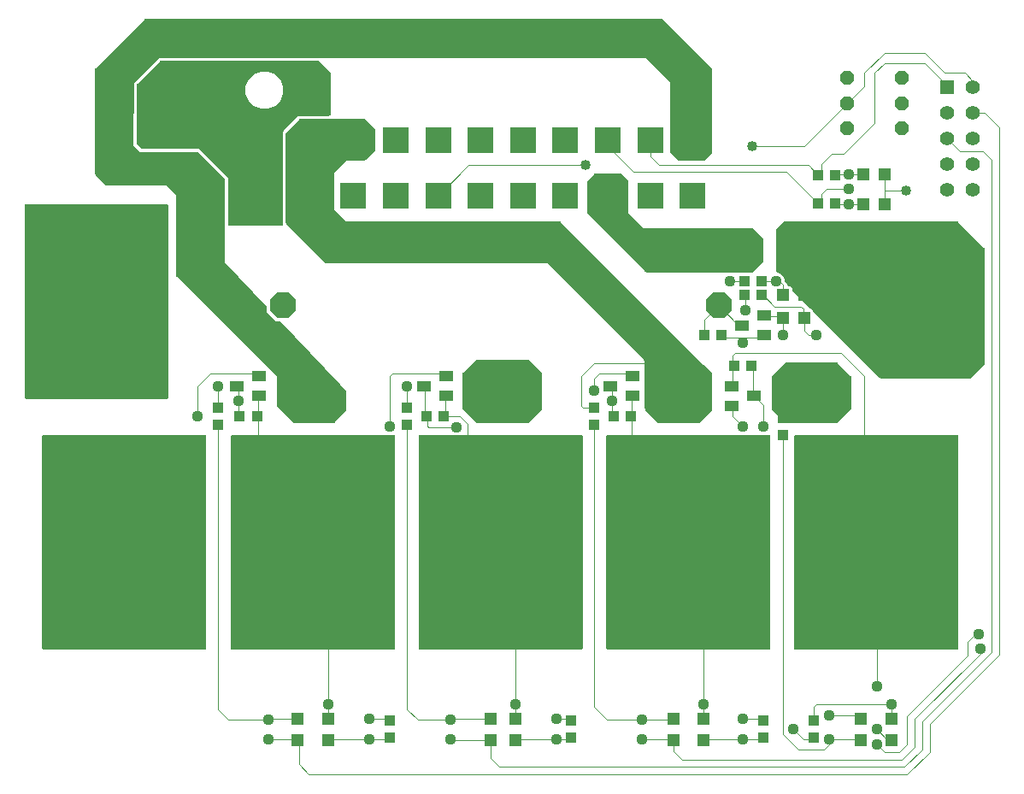
<source format=gbr>
G04 EAGLE Gerber RS-274X export*
G75*
%MOMM*%
%FSLAX34Y34*%
%LPD*%
%INTop Copper*%
%IPPOS*%
%AMOC8*
5,1,8,0,0,1.08239X$1,22.5*%
G01*
%ADD10P,2.749271X8X202.500000*%
%ADD11R,1.200000X1.200000*%
%ADD12R,1.100000X1.000000*%
%ADD13R,1.000000X1.100000*%
%ADD14R,3.150000X1.700000*%
%ADD15R,1.700000X3.150000*%
%ADD16C,8.000000*%
%ADD17R,2.550000X2.550000*%
%ADD18P,1.525737X8X112.500000*%
%ADD19R,1.400000X1.000000*%
%ADD20R,1.409600X1.409600*%
%ADD21C,1.409600*%
%ADD22C,0.101600*%
%ADD23C,1.117600*%
%ADD24C,1.108000*%
%ADD25C,1.016000*%
%ADD26C,1.422400*%
%ADD27C,1.114800*%

G36*
X335155Y373495D02*
X335155Y373495D01*
X335346Y373516D01*
X335346Y373517D01*
X335505Y373573D01*
X335674Y373634D01*
X335812Y373723D01*
X335967Y373823D01*
X335968Y373824D01*
X336143Y373993D01*
X346943Y386243D01*
X346988Y386307D01*
X347040Y386366D01*
X347087Y386450D01*
X347142Y386529D01*
X347171Y386602D01*
X347209Y386671D01*
X347235Y386763D01*
X347270Y386853D01*
X347282Y386930D01*
X347304Y387006D01*
X347315Y387149D01*
X347322Y387197D01*
X347321Y387218D01*
X347323Y387250D01*
X347323Y403800D01*
X347316Y403860D01*
X347318Y403921D01*
X347296Y404033D01*
X347283Y404146D01*
X347263Y404203D01*
X347251Y404263D01*
X347204Y404367D01*
X347166Y404474D01*
X347133Y404525D01*
X347108Y404580D01*
X346992Y404744D01*
X346977Y404767D01*
X346972Y404772D01*
X346966Y404780D01*
X344866Y407280D01*
X344833Y407311D01*
X344777Y407377D01*
X341093Y411061D01*
X281988Y473773D01*
X281875Y473869D01*
X281764Y473968D01*
X281742Y473981D01*
X281722Y473997D01*
X281589Y474065D01*
X281459Y474137D01*
X281434Y474144D01*
X281411Y474156D01*
X281267Y474191D01*
X281124Y474232D01*
X281093Y474234D01*
X281073Y474239D01*
X281025Y474240D01*
X280880Y474251D01*
X277577Y474251D01*
X268351Y483477D01*
X268351Y487638D01*
X268339Y487741D01*
X268337Y487845D01*
X268319Y487913D01*
X268311Y487984D01*
X268276Y488082D01*
X268251Y488182D01*
X268218Y488245D01*
X268194Y488312D01*
X268138Y488399D01*
X268089Y488491D01*
X268030Y488565D01*
X268005Y488605D01*
X267978Y488631D01*
X267937Y488682D01*
X226823Y532305D01*
X226823Y614700D01*
X226809Y614826D01*
X226802Y614952D01*
X226789Y614998D01*
X226783Y615046D01*
X226741Y615165D01*
X226706Y615287D01*
X226682Y615329D01*
X226666Y615374D01*
X226597Y615481D01*
X226536Y615591D01*
X226496Y615637D01*
X226477Y615667D01*
X226442Y615701D01*
X226377Y615777D01*
X201077Y641077D01*
X200978Y641156D01*
X200884Y641240D01*
X200842Y641264D01*
X200804Y641294D01*
X200690Y641348D01*
X200579Y641409D01*
X200533Y641422D01*
X200489Y641443D01*
X200366Y641469D01*
X200244Y641504D01*
X200183Y641509D01*
X200148Y641516D01*
X200100Y641515D01*
X200000Y641523D01*
X143131Y641523D01*
X136526Y648128D01*
X136820Y710466D01*
X161331Y734977D01*
X643769Y734977D01*
X668277Y710469D01*
X668277Y641250D01*
X668291Y641124D01*
X668298Y640998D01*
X668311Y640952D01*
X668317Y640904D01*
X668359Y640785D01*
X668394Y640663D01*
X668418Y640621D01*
X668434Y640576D01*
X668503Y640469D01*
X668564Y640359D01*
X668604Y640313D01*
X668623Y640283D01*
X668658Y640249D01*
X668723Y640173D01*
X675073Y633823D01*
X675172Y633744D01*
X675266Y633660D01*
X675308Y633636D01*
X675346Y633606D01*
X675460Y633552D01*
X675571Y633491D01*
X675617Y633478D01*
X675661Y633457D01*
X675784Y633431D01*
X675906Y633396D01*
X675967Y633392D01*
X676002Y633384D01*
X676050Y633385D01*
X676150Y633377D01*
X701550Y633377D01*
X701676Y633391D01*
X701802Y633398D01*
X701848Y633411D01*
X701896Y633417D01*
X702015Y633459D01*
X702137Y633494D01*
X702179Y633518D01*
X702224Y633534D01*
X702331Y633603D01*
X702441Y633664D01*
X702487Y633704D01*
X702517Y633723D01*
X702551Y633758D01*
X702627Y633823D01*
X708977Y640173D01*
X709056Y640272D01*
X709140Y640366D01*
X709164Y640408D01*
X709194Y640446D01*
X709248Y640560D01*
X709309Y640671D01*
X709322Y640717D01*
X709343Y640761D01*
X709369Y640884D01*
X709404Y641006D01*
X709409Y641067D01*
X709416Y641102D01*
X709415Y641150D01*
X709423Y641250D01*
X709423Y723800D01*
X709409Y723926D01*
X709402Y724052D01*
X709389Y724098D01*
X709383Y724146D01*
X709341Y724265D01*
X709306Y724387D01*
X709282Y724429D01*
X709266Y724474D01*
X709197Y724581D01*
X709136Y724691D01*
X709096Y724737D01*
X709077Y724767D01*
X709042Y724801D01*
X709030Y724815D01*
X709019Y724831D01*
X709008Y724841D01*
X708977Y724877D01*
X660877Y772977D01*
X660778Y773056D01*
X660684Y773140D01*
X660642Y773164D01*
X660604Y773194D01*
X660490Y773248D01*
X660379Y773309D01*
X660333Y773322D01*
X660289Y773343D01*
X660166Y773369D01*
X660044Y773404D01*
X659983Y773409D01*
X659948Y773416D01*
X659900Y773415D01*
X659800Y773423D01*
X148000Y773423D01*
X147874Y773409D01*
X147748Y773402D01*
X147702Y773389D01*
X147654Y773383D01*
X147535Y773341D01*
X147413Y773306D01*
X147371Y773282D01*
X147326Y773266D01*
X147219Y773197D01*
X147109Y773136D01*
X147063Y773096D01*
X147033Y773077D01*
X146999Y773042D01*
X146923Y772977D01*
X98823Y724877D01*
X98757Y724794D01*
X98715Y724750D01*
X98706Y724735D01*
X98659Y724683D01*
X98636Y724641D01*
X98606Y724604D01*
X98552Y724489D01*
X98491Y724378D01*
X98478Y724332D01*
X98457Y724289D01*
X98431Y724165D01*
X98396Y724042D01*
X98391Y723983D01*
X98384Y723948D01*
X98385Y723900D01*
X98377Y723799D01*
X98477Y619999D01*
X98491Y619874D01*
X98498Y619748D01*
X98511Y619701D01*
X98517Y619652D01*
X98560Y619534D01*
X98594Y619413D01*
X98618Y619371D01*
X98635Y619324D01*
X98703Y619219D01*
X98764Y619109D01*
X98804Y619062D01*
X98824Y619032D01*
X98859Y618998D01*
X98923Y618923D01*
X108923Y608923D01*
X109022Y608844D01*
X109116Y608760D01*
X109158Y608736D01*
X109196Y608706D01*
X109310Y608652D01*
X109421Y608591D01*
X109467Y608578D01*
X109511Y608557D01*
X109634Y608531D01*
X109756Y608496D01*
X109817Y608492D01*
X109852Y608484D01*
X109900Y608485D01*
X110000Y608477D01*
X169369Y608477D01*
X178377Y599469D01*
X178377Y520100D01*
X178391Y519974D01*
X178398Y519848D01*
X178411Y519802D01*
X178417Y519754D01*
X178459Y519635D01*
X178494Y519513D01*
X178518Y519471D01*
X178534Y519426D01*
X178603Y519319D01*
X178664Y519209D01*
X178704Y519163D01*
X178723Y519133D01*
X178758Y519099D01*
X178823Y519023D01*
X278477Y419369D01*
X278477Y390000D01*
X278491Y389874D01*
X278498Y389748D01*
X278511Y389702D01*
X278517Y389654D01*
X278559Y389535D01*
X278594Y389413D01*
X278618Y389371D01*
X278634Y389326D01*
X278703Y389219D01*
X278764Y389109D01*
X278804Y389063D01*
X278823Y389033D01*
X278858Y388999D01*
X278923Y388923D01*
X293923Y373923D01*
X294022Y373844D01*
X294116Y373760D01*
X294158Y373736D01*
X294196Y373706D01*
X294310Y373652D01*
X294421Y373591D01*
X294467Y373578D01*
X294511Y373557D01*
X294634Y373531D01*
X294756Y373496D01*
X294817Y373492D01*
X294852Y373484D01*
X294900Y373485D01*
X295000Y373477D01*
X335000Y373477D01*
X335155Y373495D01*
G37*
G36*
X394118Y148746D02*
X394118Y148746D01*
X394237Y148753D01*
X394275Y148766D01*
X394316Y148771D01*
X394426Y148814D01*
X394539Y148851D01*
X394574Y148873D01*
X394611Y148888D01*
X394707Y148958D01*
X394808Y149021D01*
X394836Y149051D01*
X394869Y149074D01*
X394945Y149166D01*
X395026Y149253D01*
X395046Y149288D01*
X395071Y149319D01*
X395122Y149427D01*
X395180Y149531D01*
X395190Y149571D01*
X395207Y149607D01*
X395229Y149724D01*
X395259Y149839D01*
X395263Y149900D01*
X395267Y149920D01*
X395265Y149940D01*
X395269Y150000D01*
X395269Y360000D01*
X395254Y360118D01*
X395247Y360237D01*
X395234Y360275D01*
X395229Y360316D01*
X395186Y360426D01*
X395149Y360539D01*
X395127Y360574D01*
X395112Y360611D01*
X395043Y360707D01*
X394979Y360808D01*
X394949Y360836D01*
X394926Y360869D01*
X394834Y360945D01*
X394747Y361026D01*
X394712Y361046D01*
X394681Y361071D01*
X394573Y361122D01*
X394469Y361180D01*
X394429Y361190D01*
X394393Y361207D01*
X394276Y361229D01*
X394161Y361259D01*
X394101Y361263D01*
X394081Y361267D01*
X394060Y361265D01*
X394000Y361269D01*
X234000Y361269D01*
X233882Y361254D01*
X233763Y361247D01*
X233725Y361234D01*
X233684Y361229D01*
X233574Y361186D01*
X233461Y361149D01*
X233426Y361127D01*
X233389Y361112D01*
X233293Y361043D01*
X233192Y360979D01*
X233164Y360949D01*
X233131Y360926D01*
X233056Y360834D01*
X232974Y360747D01*
X232954Y360712D01*
X232929Y360681D01*
X232878Y360573D01*
X232820Y360469D01*
X232810Y360429D01*
X232793Y360393D01*
X232771Y360276D01*
X232741Y360161D01*
X232737Y360101D01*
X232733Y360081D01*
X232735Y360060D01*
X232731Y360000D01*
X232731Y150000D01*
X232746Y149882D01*
X232753Y149763D01*
X232766Y149725D01*
X232771Y149684D01*
X232814Y149574D01*
X232851Y149461D01*
X232873Y149426D01*
X232888Y149389D01*
X232958Y149293D01*
X233021Y149192D01*
X233051Y149164D01*
X233074Y149131D01*
X233166Y149056D01*
X233253Y148974D01*
X233288Y148954D01*
X233319Y148929D01*
X233427Y148878D01*
X233531Y148820D01*
X233571Y148810D01*
X233607Y148793D01*
X233724Y148771D01*
X233839Y148741D01*
X233900Y148737D01*
X233920Y148733D01*
X233940Y148735D01*
X234000Y148731D01*
X394000Y148731D01*
X394118Y148746D01*
G37*
G36*
X207318Y148746D02*
X207318Y148746D01*
X207437Y148753D01*
X207475Y148766D01*
X207516Y148771D01*
X207626Y148814D01*
X207739Y148851D01*
X207774Y148873D01*
X207811Y148888D01*
X207907Y148958D01*
X208008Y149021D01*
X208036Y149051D01*
X208069Y149074D01*
X208145Y149166D01*
X208226Y149253D01*
X208246Y149288D01*
X208271Y149319D01*
X208322Y149427D01*
X208380Y149531D01*
X208390Y149571D01*
X208407Y149607D01*
X208429Y149724D01*
X208459Y149839D01*
X208463Y149900D01*
X208467Y149920D01*
X208465Y149940D01*
X208469Y150000D01*
X208469Y360000D01*
X208454Y360118D01*
X208447Y360237D01*
X208434Y360275D01*
X208429Y360316D01*
X208386Y360426D01*
X208349Y360539D01*
X208327Y360574D01*
X208312Y360611D01*
X208243Y360707D01*
X208179Y360808D01*
X208149Y360836D01*
X208126Y360869D01*
X208034Y360945D01*
X207947Y361026D01*
X207912Y361046D01*
X207881Y361071D01*
X207773Y361122D01*
X207669Y361180D01*
X207629Y361190D01*
X207593Y361207D01*
X207476Y361229D01*
X207361Y361259D01*
X207301Y361263D01*
X207281Y361267D01*
X207260Y361265D01*
X207200Y361269D01*
X47200Y361269D01*
X47082Y361254D01*
X46963Y361247D01*
X46925Y361234D01*
X46884Y361229D01*
X46774Y361186D01*
X46661Y361149D01*
X46626Y361127D01*
X46589Y361112D01*
X46493Y361043D01*
X46392Y360979D01*
X46364Y360949D01*
X46331Y360926D01*
X46256Y360834D01*
X46174Y360747D01*
X46154Y360712D01*
X46129Y360681D01*
X46078Y360573D01*
X46020Y360469D01*
X46010Y360429D01*
X45993Y360393D01*
X45971Y360276D01*
X45941Y360161D01*
X45937Y360101D01*
X45933Y360081D01*
X45935Y360060D01*
X45931Y360000D01*
X45931Y150000D01*
X45946Y149882D01*
X45953Y149763D01*
X45966Y149725D01*
X45971Y149684D01*
X46014Y149574D01*
X46051Y149461D01*
X46073Y149426D01*
X46088Y149389D01*
X46158Y149293D01*
X46221Y149192D01*
X46251Y149164D01*
X46274Y149131D01*
X46366Y149056D01*
X46453Y148974D01*
X46488Y148954D01*
X46519Y148929D01*
X46627Y148878D01*
X46731Y148820D01*
X46771Y148810D01*
X46807Y148793D01*
X46924Y148771D01*
X47039Y148741D01*
X47100Y148737D01*
X47120Y148733D01*
X47140Y148735D01*
X47200Y148731D01*
X207200Y148731D01*
X207318Y148746D01*
G37*
G36*
X952118Y148746D02*
X952118Y148746D01*
X952237Y148753D01*
X952275Y148766D01*
X952316Y148771D01*
X952426Y148814D01*
X952539Y148851D01*
X952574Y148873D01*
X952611Y148888D01*
X952707Y148958D01*
X952808Y149021D01*
X952836Y149051D01*
X952869Y149074D01*
X952945Y149166D01*
X953026Y149253D01*
X953046Y149288D01*
X953071Y149319D01*
X953122Y149427D01*
X953180Y149531D01*
X953190Y149571D01*
X953207Y149607D01*
X953229Y149724D01*
X953259Y149839D01*
X953263Y149900D01*
X953267Y149920D01*
X953265Y149940D01*
X953269Y150000D01*
X953269Y360000D01*
X953254Y360118D01*
X953247Y360237D01*
X953234Y360275D01*
X953229Y360316D01*
X953186Y360426D01*
X953149Y360539D01*
X953127Y360574D01*
X953112Y360611D01*
X953043Y360707D01*
X952979Y360808D01*
X952949Y360836D01*
X952926Y360869D01*
X952834Y360945D01*
X952747Y361026D01*
X952712Y361046D01*
X952681Y361071D01*
X952573Y361122D01*
X952469Y361180D01*
X952429Y361190D01*
X952393Y361207D01*
X952276Y361229D01*
X952161Y361259D01*
X952101Y361263D01*
X952081Y361267D01*
X952060Y361265D01*
X952000Y361269D01*
X792000Y361269D01*
X791882Y361254D01*
X791763Y361247D01*
X791725Y361234D01*
X791684Y361229D01*
X791574Y361186D01*
X791461Y361149D01*
X791426Y361127D01*
X791389Y361112D01*
X791293Y361043D01*
X791192Y360979D01*
X791164Y360949D01*
X791131Y360926D01*
X791056Y360834D01*
X790974Y360747D01*
X790954Y360712D01*
X790929Y360681D01*
X790878Y360573D01*
X790820Y360469D01*
X790810Y360429D01*
X790793Y360393D01*
X790771Y360276D01*
X790741Y360161D01*
X790737Y360101D01*
X790733Y360081D01*
X790735Y360060D01*
X790731Y360000D01*
X790731Y150000D01*
X790746Y149882D01*
X790753Y149763D01*
X790766Y149725D01*
X790771Y149684D01*
X790814Y149574D01*
X790851Y149461D01*
X790873Y149426D01*
X790888Y149389D01*
X790958Y149293D01*
X791021Y149192D01*
X791051Y149164D01*
X791074Y149131D01*
X791166Y149056D01*
X791253Y148974D01*
X791288Y148954D01*
X791319Y148929D01*
X791427Y148878D01*
X791531Y148820D01*
X791571Y148810D01*
X791607Y148793D01*
X791724Y148771D01*
X791839Y148741D01*
X791900Y148737D01*
X791920Y148733D01*
X791940Y148735D01*
X792000Y148731D01*
X952000Y148731D01*
X952118Y148746D01*
G37*
G36*
X766118Y148746D02*
X766118Y148746D01*
X766237Y148753D01*
X766275Y148766D01*
X766316Y148771D01*
X766426Y148814D01*
X766539Y148851D01*
X766574Y148873D01*
X766611Y148888D01*
X766707Y148958D01*
X766808Y149021D01*
X766836Y149051D01*
X766869Y149074D01*
X766945Y149166D01*
X767026Y149253D01*
X767046Y149288D01*
X767071Y149319D01*
X767122Y149427D01*
X767180Y149531D01*
X767190Y149571D01*
X767207Y149607D01*
X767229Y149724D01*
X767259Y149839D01*
X767263Y149900D01*
X767267Y149920D01*
X767265Y149940D01*
X767269Y150000D01*
X767269Y360000D01*
X767254Y360118D01*
X767247Y360237D01*
X767234Y360275D01*
X767229Y360316D01*
X767186Y360426D01*
X767149Y360539D01*
X767127Y360574D01*
X767112Y360611D01*
X767043Y360707D01*
X766979Y360808D01*
X766949Y360836D01*
X766926Y360869D01*
X766834Y360945D01*
X766747Y361026D01*
X766712Y361046D01*
X766681Y361071D01*
X766573Y361122D01*
X766469Y361180D01*
X766429Y361190D01*
X766393Y361207D01*
X766276Y361229D01*
X766161Y361259D01*
X766101Y361263D01*
X766081Y361267D01*
X766060Y361265D01*
X766000Y361269D01*
X606000Y361269D01*
X605882Y361254D01*
X605763Y361247D01*
X605725Y361234D01*
X605684Y361229D01*
X605574Y361186D01*
X605461Y361149D01*
X605426Y361127D01*
X605389Y361112D01*
X605293Y361043D01*
X605192Y360979D01*
X605164Y360949D01*
X605131Y360926D01*
X605056Y360834D01*
X604974Y360747D01*
X604954Y360712D01*
X604929Y360681D01*
X604878Y360573D01*
X604820Y360469D01*
X604810Y360429D01*
X604793Y360393D01*
X604771Y360276D01*
X604741Y360161D01*
X604737Y360101D01*
X604733Y360081D01*
X604735Y360060D01*
X604731Y360000D01*
X604731Y150000D01*
X604746Y149882D01*
X604753Y149763D01*
X604766Y149725D01*
X604771Y149684D01*
X604814Y149574D01*
X604851Y149461D01*
X604873Y149426D01*
X604888Y149389D01*
X604958Y149293D01*
X605021Y149192D01*
X605051Y149164D01*
X605074Y149131D01*
X605166Y149056D01*
X605253Y148974D01*
X605288Y148954D01*
X605319Y148929D01*
X605427Y148878D01*
X605531Y148820D01*
X605571Y148810D01*
X605607Y148793D01*
X605724Y148771D01*
X605839Y148741D01*
X605900Y148737D01*
X605920Y148733D01*
X605940Y148735D01*
X606000Y148731D01*
X766000Y148731D01*
X766118Y148746D01*
G37*
G36*
X580118Y148746D02*
X580118Y148746D01*
X580237Y148753D01*
X580275Y148766D01*
X580316Y148771D01*
X580426Y148814D01*
X580539Y148851D01*
X580574Y148873D01*
X580611Y148888D01*
X580707Y148958D01*
X580808Y149021D01*
X580836Y149051D01*
X580869Y149074D01*
X580945Y149166D01*
X581026Y149253D01*
X581046Y149288D01*
X581071Y149319D01*
X581122Y149427D01*
X581180Y149531D01*
X581190Y149571D01*
X581207Y149607D01*
X581229Y149724D01*
X581259Y149839D01*
X581263Y149900D01*
X581267Y149920D01*
X581265Y149940D01*
X581269Y150000D01*
X581269Y360000D01*
X581254Y360118D01*
X581247Y360237D01*
X581234Y360275D01*
X581229Y360316D01*
X581186Y360426D01*
X581149Y360539D01*
X581127Y360574D01*
X581112Y360611D01*
X581043Y360707D01*
X580979Y360808D01*
X580949Y360836D01*
X580926Y360869D01*
X580834Y360945D01*
X580747Y361026D01*
X580712Y361046D01*
X580681Y361071D01*
X580573Y361122D01*
X580469Y361180D01*
X580429Y361190D01*
X580393Y361207D01*
X580276Y361229D01*
X580161Y361259D01*
X580101Y361263D01*
X580081Y361267D01*
X580060Y361265D01*
X580000Y361269D01*
X458356Y361269D01*
X458347Y361268D01*
X458338Y361269D01*
X458189Y361248D01*
X458041Y361229D01*
X458032Y361226D01*
X458023Y361225D01*
X457870Y361173D01*
X457766Y361129D01*
X454734Y361129D01*
X454630Y361173D01*
X454621Y361175D01*
X454612Y361180D01*
X454468Y361217D01*
X454323Y361257D01*
X454313Y361257D01*
X454304Y361259D01*
X454144Y361269D01*
X420000Y361269D01*
X419882Y361254D01*
X419763Y361247D01*
X419725Y361234D01*
X419684Y361229D01*
X419574Y361186D01*
X419461Y361149D01*
X419426Y361127D01*
X419389Y361112D01*
X419293Y361043D01*
X419192Y360979D01*
X419164Y360949D01*
X419131Y360926D01*
X419056Y360834D01*
X418974Y360747D01*
X418954Y360712D01*
X418929Y360681D01*
X418878Y360573D01*
X418820Y360469D01*
X418810Y360429D01*
X418793Y360393D01*
X418771Y360276D01*
X418741Y360161D01*
X418737Y360101D01*
X418733Y360081D01*
X418735Y360060D01*
X418731Y360000D01*
X418731Y150000D01*
X418746Y149882D01*
X418753Y149763D01*
X418766Y149725D01*
X418771Y149684D01*
X418814Y149574D01*
X418851Y149461D01*
X418873Y149426D01*
X418888Y149389D01*
X418958Y149293D01*
X419021Y149192D01*
X419051Y149164D01*
X419074Y149131D01*
X419166Y149056D01*
X419253Y148974D01*
X419288Y148954D01*
X419319Y148929D01*
X419427Y148878D01*
X419531Y148820D01*
X419571Y148810D01*
X419607Y148793D01*
X419724Y148771D01*
X419839Y148741D01*
X419900Y148737D01*
X419920Y148733D01*
X419940Y148735D01*
X420000Y148731D01*
X580000Y148731D01*
X580118Y148746D01*
G37*
G36*
X169618Y397346D02*
X169618Y397346D01*
X169737Y397353D01*
X169775Y397366D01*
X169816Y397371D01*
X169926Y397414D01*
X170039Y397451D01*
X170074Y397473D01*
X170111Y397488D01*
X170207Y397558D01*
X170308Y397621D01*
X170336Y397651D01*
X170369Y397674D01*
X170445Y397766D01*
X170526Y397853D01*
X170546Y397888D01*
X170571Y397919D01*
X170622Y398027D01*
X170680Y398131D01*
X170690Y398171D01*
X170707Y398207D01*
X170729Y398324D01*
X170759Y398439D01*
X170763Y398500D01*
X170767Y398520D01*
X170765Y398540D01*
X170769Y398600D01*
X170769Y588600D01*
X170754Y588718D01*
X170747Y588837D01*
X170734Y588875D01*
X170729Y588916D01*
X170686Y589026D01*
X170649Y589139D01*
X170627Y589174D01*
X170612Y589211D01*
X170543Y589307D01*
X170479Y589408D01*
X170449Y589436D01*
X170426Y589469D01*
X170334Y589545D01*
X170247Y589626D01*
X170212Y589646D01*
X170181Y589671D01*
X170073Y589722D01*
X169969Y589780D01*
X169929Y589790D01*
X169893Y589807D01*
X169776Y589829D01*
X169661Y589859D01*
X169601Y589863D01*
X169581Y589867D01*
X169560Y589865D01*
X169500Y589869D01*
X29500Y589869D01*
X29382Y589854D01*
X29263Y589847D01*
X29225Y589834D01*
X29184Y589829D01*
X29074Y589786D01*
X28961Y589749D01*
X28926Y589727D01*
X28889Y589712D01*
X28793Y589643D01*
X28692Y589579D01*
X28664Y589549D01*
X28631Y589526D01*
X28556Y589434D01*
X28474Y589347D01*
X28454Y589312D01*
X28429Y589281D01*
X28378Y589173D01*
X28320Y589069D01*
X28310Y589029D01*
X28293Y588993D01*
X28271Y588876D01*
X28241Y588761D01*
X28237Y588701D01*
X28233Y588681D01*
X28235Y588660D01*
X28231Y588600D01*
X28231Y398600D01*
X28246Y398482D01*
X28253Y398363D01*
X28266Y398325D01*
X28271Y398284D01*
X28314Y398174D01*
X28351Y398061D01*
X28373Y398026D01*
X28388Y397989D01*
X28458Y397893D01*
X28521Y397792D01*
X28551Y397764D01*
X28574Y397731D01*
X28666Y397656D01*
X28753Y397574D01*
X28788Y397554D01*
X28819Y397529D01*
X28927Y397478D01*
X29031Y397420D01*
X29071Y397410D01*
X29107Y397393D01*
X29224Y397371D01*
X29339Y397341D01*
X29400Y397337D01*
X29420Y397333D01*
X29440Y397335D01*
X29500Y397331D01*
X169500Y397331D01*
X169618Y397346D01*
G37*
G36*
X695326Y373141D02*
X695326Y373141D01*
X695452Y373148D01*
X695498Y373161D01*
X695546Y373167D01*
X695665Y373209D01*
X695787Y373244D01*
X695829Y373268D01*
X695874Y373284D01*
X695981Y373353D01*
X696091Y373414D01*
X696137Y373454D01*
X696167Y373473D01*
X696201Y373508D01*
X696277Y373573D01*
X708977Y386273D01*
X709056Y386372D01*
X709140Y386466D01*
X709164Y386508D01*
X709194Y386546D01*
X709248Y386660D01*
X709309Y386771D01*
X709322Y386817D01*
X709343Y386861D01*
X709369Y386984D01*
X709404Y387106D01*
X709409Y387167D01*
X709416Y387202D01*
X709415Y387250D01*
X709423Y387350D01*
X709423Y422100D01*
X709409Y422226D01*
X709402Y422352D01*
X709389Y422398D01*
X709383Y422446D01*
X709341Y422565D01*
X709306Y422687D01*
X709282Y422729D01*
X709266Y422774D01*
X709197Y422881D01*
X709136Y422991D01*
X709096Y423037D01*
X709077Y423067D01*
X709042Y423101D01*
X708977Y423177D01*
X701078Y431076D01*
X559878Y572576D01*
X559778Y572655D01*
X559684Y572740D01*
X559643Y572763D01*
X559605Y572793D01*
X559491Y572847D01*
X559379Y572909D01*
X559333Y572922D01*
X559291Y572942D01*
X559166Y572969D01*
X559044Y573004D01*
X558984Y573008D01*
X558950Y573016D01*
X558902Y573015D01*
X558800Y573023D01*
X546100Y573023D01*
X546099Y573023D01*
X346581Y572924D01*
X334773Y584731D01*
X334773Y621569D01*
X346581Y633377D01*
X365000Y633377D01*
X365126Y633391D01*
X365252Y633398D01*
X365298Y633411D01*
X365346Y633417D01*
X365465Y633459D01*
X365587Y633494D01*
X365629Y633518D01*
X365674Y633534D01*
X365781Y633603D01*
X365891Y633664D01*
X365937Y633704D01*
X365967Y633723D01*
X366001Y633758D01*
X366077Y633823D01*
X375602Y643348D01*
X375681Y643447D01*
X375765Y643541D01*
X375789Y643583D01*
X375819Y643621D01*
X375873Y643735D01*
X375934Y643846D01*
X375947Y643892D01*
X375968Y643936D01*
X375994Y644059D01*
X376029Y644181D01*
X376034Y644242D01*
X376041Y644277D01*
X376040Y644325D01*
X376048Y644425D01*
X376048Y663475D01*
X376034Y663601D01*
X376027Y663727D01*
X376014Y663773D01*
X376008Y663821D01*
X375966Y663940D01*
X375931Y664062D01*
X375907Y664104D01*
X375891Y664149D01*
X375822Y664256D01*
X375761Y664366D01*
X375721Y664412D01*
X375702Y664442D01*
X375667Y664476D01*
X375602Y664552D01*
X366077Y674077D01*
X365978Y674156D01*
X365884Y674240D01*
X365842Y674264D01*
X365804Y674294D01*
X365690Y674348D01*
X365579Y674409D01*
X365533Y674422D01*
X365489Y674443D01*
X365366Y674469D01*
X365244Y674504D01*
X365183Y674509D01*
X365148Y674516D01*
X365100Y674515D01*
X365000Y674523D01*
X301500Y674523D01*
X301374Y674509D01*
X301248Y674502D01*
X301202Y674489D01*
X301154Y674483D01*
X301035Y674441D01*
X300913Y674406D01*
X300871Y674382D01*
X300826Y674366D01*
X300719Y674297D01*
X300609Y674236D01*
X300563Y674196D01*
X300533Y674177D01*
X300499Y674142D01*
X300423Y674077D01*
X287723Y661377D01*
X287644Y661278D01*
X287560Y661184D01*
X287536Y661142D01*
X287506Y661104D01*
X287452Y660990D01*
X287391Y660879D01*
X287378Y660833D01*
X287357Y660789D01*
X287331Y660666D01*
X287296Y660544D01*
X287292Y660483D01*
X287284Y660448D01*
X287285Y660400D01*
X287277Y660300D01*
X287277Y571400D01*
X287291Y571274D01*
X287298Y571148D01*
X287311Y571102D01*
X287317Y571054D01*
X287359Y570935D01*
X287394Y570813D01*
X287418Y570771D01*
X287434Y570726D01*
X287503Y570619D01*
X287564Y570509D01*
X287604Y570463D01*
X287623Y570433D01*
X287658Y570399D01*
X287723Y570323D01*
X325823Y532223D01*
X325922Y532144D01*
X326016Y532059D01*
X326058Y532036D01*
X326096Y532006D01*
X326210Y531952D01*
X326322Y531891D01*
X326368Y531878D01*
X326411Y531857D01*
X326535Y531831D01*
X326657Y531796D01*
X326717Y531791D01*
X326752Y531784D01*
X326800Y531785D01*
X326901Y531777D01*
X520701Y531877D01*
X546115Y531877D01*
X546170Y531777D01*
X546243Y531640D01*
X546255Y531626D01*
X546264Y531609D01*
X546423Y531423D01*
X642877Y434969D01*
X642877Y387350D01*
X642891Y387224D01*
X642898Y387098D01*
X642911Y387052D01*
X642917Y387004D01*
X642959Y386885D01*
X642994Y386763D01*
X643018Y386721D01*
X643034Y386676D01*
X643103Y386569D01*
X643164Y386459D01*
X643204Y386413D01*
X643223Y386383D01*
X643258Y386349D01*
X643323Y386273D01*
X656023Y373573D01*
X656122Y373494D01*
X656216Y373410D01*
X656258Y373386D01*
X656296Y373356D01*
X656410Y373302D01*
X656521Y373241D01*
X656567Y373228D01*
X656611Y373207D01*
X656734Y373181D01*
X656856Y373146D01*
X656917Y373142D01*
X656952Y373134D01*
X657000Y373135D01*
X657100Y373127D01*
X695200Y373127D01*
X695326Y373141D01*
G37*
G36*
X965326Y417591D02*
X965326Y417591D01*
X965452Y417598D01*
X965498Y417611D01*
X965546Y417617D01*
X965665Y417659D01*
X965787Y417694D01*
X965829Y417718D01*
X965874Y417734D01*
X965981Y417803D01*
X966091Y417864D01*
X966137Y417904D01*
X966167Y417923D01*
X966201Y417958D01*
X966277Y418023D01*
X978977Y430723D01*
X979056Y430822D01*
X979140Y430916D01*
X979164Y430958D01*
X979194Y430996D01*
X979248Y431110D01*
X979309Y431221D01*
X979322Y431267D01*
X979343Y431311D01*
X979369Y431434D01*
X979404Y431556D01*
X979409Y431617D01*
X979416Y431652D01*
X979415Y431700D01*
X979423Y431800D01*
X979423Y546100D01*
X979409Y546226D01*
X979402Y546352D01*
X979389Y546398D01*
X979383Y546446D01*
X979341Y546565D01*
X979306Y546687D01*
X979282Y546729D01*
X979266Y546774D01*
X979197Y546881D01*
X979136Y546991D01*
X979096Y547037D01*
X979077Y547067D01*
X979042Y547101D01*
X978977Y547177D01*
X953577Y572577D01*
X953478Y572656D01*
X953384Y572740D01*
X953342Y572764D01*
X953304Y572794D01*
X953190Y572848D01*
X953079Y572909D01*
X953033Y572922D01*
X952989Y572943D01*
X952866Y572969D01*
X952744Y573004D01*
X952683Y573009D01*
X952648Y573016D01*
X952600Y573015D01*
X952500Y573023D01*
X781050Y573023D01*
X780924Y573009D01*
X780798Y573002D01*
X780752Y572989D01*
X780704Y572983D01*
X780585Y572941D01*
X780463Y572906D01*
X780421Y572882D01*
X780376Y572866D01*
X780269Y572797D01*
X780159Y572736D01*
X780113Y572696D01*
X780083Y572677D01*
X780049Y572642D01*
X779973Y572577D01*
X773623Y566227D01*
X773544Y566128D01*
X773460Y566034D01*
X773436Y565992D01*
X773406Y565954D01*
X773352Y565840D01*
X773291Y565729D01*
X773278Y565683D01*
X773257Y565639D01*
X773231Y565516D01*
X773196Y565394D01*
X773192Y565333D01*
X773184Y565298D01*
X773185Y565250D01*
X773177Y565150D01*
X773177Y523836D01*
X773186Y523760D01*
X773184Y523683D01*
X773205Y523587D01*
X773217Y523490D01*
X773242Y523418D01*
X773259Y523343D01*
X773301Y523254D01*
X773334Y523161D01*
X773376Y523097D01*
X773408Y523028D01*
X773470Y522951D01*
X773523Y522869D01*
X773578Y522816D01*
X773626Y522756D01*
X773703Y522695D01*
X773774Y522626D01*
X773839Y522587D01*
X773899Y522540D01*
X774033Y522472D01*
X774073Y522448D01*
X774091Y522442D01*
X774117Y522428D01*
X777392Y521072D01*
X779822Y518642D01*
X781137Y515468D01*
X781137Y514524D01*
X781151Y514399D01*
X781158Y514272D01*
X781171Y514226D01*
X781177Y514178D01*
X781219Y514059D01*
X781254Y513938D01*
X781278Y513895D01*
X781294Y513850D01*
X781363Y513744D01*
X781424Y513633D01*
X781464Y513587D01*
X781483Y513557D01*
X781518Y513524D01*
X781583Y513447D01*
X783557Y511473D01*
X783557Y510472D01*
X783559Y510455D01*
X783558Y510443D01*
X783559Y510435D01*
X783558Y510420D01*
X783580Y510273D01*
X783597Y510126D01*
X783605Y510101D01*
X783609Y510075D01*
X783664Y509937D01*
X783714Y509798D01*
X783728Y509776D01*
X783738Y509751D01*
X783823Y509630D01*
X783903Y509505D01*
X783922Y509487D01*
X783937Y509465D01*
X784047Y509366D01*
X784154Y509263D01*
X784176Y509249D01*
X784196Y509232D01*
X784326Y509160D01*
X784453Y509084D01*
X784478Y509076D01*
X784501Y509063D01*
X784644Y509023D01*
X784785Y508978D01*
X784811Y508976D01*
X784836Y508968D01*
X785080Y508949D01*
X786763Y508949D01*
X788549Y507163D01*
X788549Y505328D01*
X788563Y505202D01*
X788570Y505076D01*
X788583Y505030D01*
X788589Y504982D01*
X788631Y504863D01*
X788666Y504741D01*
X788690Y504699D01*
X788706Y504654D01*
X788775Y504547D01*
X788836Y504437D01*
X788876Y504391D01*
X788895Y504361D01*
X788930Y504327D01*
X788995Y504251D01*
X806251Y486995D01*
X806350Y486916D01*
X806444Y486832D01*
X806486Y486808D01*
X806524Y486778D01*
X806638Y486724D01*
X806749Y486663D01*
X806795Y486650D01*
X806839Y486629D01*
X806962Y486603D01*
X807084Y486568D01*
X807145Y486563D01*
X807180Y486556D01*
X807228Y486557D01*
X807328Y486549D01*
X807763Y486549D01*
X809549Y484763D01*
X809549Y484328D01*
X809563Y484202D01*
X809570Y484076D01*
X809583Y484030D01*
X809589Y483982D01*
X809631Y483863D01*
X809666Y483741D01*
X809690Y483699D01*
X809706Y483654D01*
X809775Y483547D01*
X809836Y483437D01*
X809876Y483391D01*
X809895Y483361D01*
X809930Y483327D01*
X809995Y483251D01*
X875223Y418023D01*
X875322Y417944D01*
X875416Y417860D01*
X875458Y417836D01*
X875496Y417806D01*
X875610Y417752D01*
X875721Y417691D01*
X875767Y417678D01*
X875811Y417657D01*
X875934Y417631D01*
X876056Y417596D01*
X876117Y417592D01*
X876152Y417584D01*
X876200Y417585D01*
X876300Y417577D01*
X965200Y417577D01*
X965326Y417591D01*
G37*
G36*
X282931Y568494D02*
X282931Y568494D01*
X283081Y568506D01*
X283104Y568514D01*
X283128Y568517D01*
X283270Y568567D01*
X283413Y568614D01*
X283433Y568626D01*
X283456Y568634D01*
X283583Y568716D01*
X283711Y568793D01*
X283728Y568810D01*
X283749Y568823D01*
X283854Y568932D01*
X283961Y569036D01*
X283974Y569056D01*
X283991Y569074D01*
X284068Y569203D01*
X284149Y569330D01*
X284158Y569352D01*
X284170Y569373D01*
X284216Y569516D01*
X284266Y569658D01*
X284269Y569682D01*
X284276Y569705D01*
X284288Y569855D01*
X284305Y570004D01*
X284302Y570028D01*
X284304Y570052D01*
X284282Y570201D01*
X284264Y570350D01*
X284255Y570378D01*
X284252Y570397D01*
X284235Y570441D01*
X284227Y570464D01*
X284227Y661210D01*
X284923Y662890D01*
X298910Y676877D01*
X300590Y677573D01*
X330000Y677573D01*
X330026Y677576D01*
X330052Y677574D01*
X330199Y677596D01*
X330346Y677613D01*
X330371Y677621D01*
X330397Y677625D01*
X330535Y677680D01*
X330674Y677730D01*
X330696Y677744D01*
X330721Y677754D01*
X330842Y677839D01*
X330967Y677919D01*
X330985Y677938D01*
X331007Y677953D01*
X331106Y678063D01*
X331209Y678170D01*
X331223Y678192D01*
X331240Y678212D01*
X331312Y678342D01*
X331388Y678469D01*
X331396Y678494D01*
X331409Y678517D01*
X331449Y678660D01*
X331494Y678801D01*
X331496Y678827D01*
X331504Y678852D01*
X331523Y679096D01*
X331523Y720000D01*
X331509Y720126D01*
X331502Y720252D01*
X331489Y720298D01*
X331483Y720346D01*
X331441Y720465D01*
X331406Y720587D01*
X331382Y720629D01*
X331366Y720674D01*
X331297Y720781D01*
X331236Y720891D01*
X331196Y720937D01*
X331177Y720967D01*
X331142Y721001D01*
X331077Y721077D01*
X320673Y731481D01*
X320574Y731560D01*
X320480Y731644D01*
X320438Y731668D01*
X320400Y731698D01*
X320286Y731752D01*
X320175Y731813D01*
X320129Y731826D01*
X320085Y731847D01*
X319962Y731873D01*
X319840Y731908D01*
X319779Y731913D01*
X319744Y731920D01*
X319696Y731919D01*
X319596Y731927D01*
X163225Y731927D01*
X163099Y731913D01*
X162973Y731906D01*
X162927Y731893D01*
X162879Y731887D01*
X162760Y731845D01*
X162638Y731810D01*
X162596Y731786D01*
X162551Y731770D01*
X162444Y731701D01*
X162334Y731640D01*
X162288Y731600D01*
X162258Y731581D01*
X162224Y731546D01*
X162148Y731481D01*
X140307Y709640D01*
X140237Y709551D01*
X140227Y709542D01*
X140225Y709538D01*
X140148Y709453D01*
X140123Y709408D01*
X140090Y709367D01*
X140038Y709256D01*
X139978Y709149D01*
X139964Y709099D01*
X139941Y709052D01*
X139916Y708932D01*
X139882Y708814D01*
X139876Y708748D01*
X139868Y708711D01*
X139869Y708664D01*
X139861Y708570D01*
X139585Y650020D01*
X139599Y649891D01*
X139606Y649761D01*
X139618Y649718D01*
X139623Y649674D01*
X139666Y649551D01*
X139702Y649426D01*
X139724Y649387D01*
X139739Y649345D01*
X139809Y649236D01*
X139872Y649122D01*
X139908Y649080D01*
X139926Y649052D01*
X139962Y649017D01*
X140031Y648936D01*
X143948Y645019D01*
X144047Y644940D01*
X144141Y644856D01*
X144183Y644832D01*
X144221Y644802D01*
X144335Y644748D01*
X144446Y644687D01*
X144492Y644674D01*
X144536Y644653D01*
X144659Y644627D01*
X144781Y644592D01*
X144842Y644587D01*
X144877Y644580D01*
X144925Y644581D01*
X145025Y644573D01*
X200910Y644573D01*
X202590Y643877D01*
X229177Y617290D01*
X229873Y615610D01*
X229873Y570000D01*
X229876Y569974D01*
X229874Y569948D01*
X229896Y569801D01*
X229913Y569654D01*
X229921Y569629D01*
X229925Y569603D01*
X229980Y569465D01*
X230030Y569326D01*
X230044Y569304D01*
X230054Y569279D01*
X230139Y569158D01*
X230219Y569033D01*
X230238Y569015D01*
X230253Y568993D01*
X230363Y568894D01*
X230470Y568791D01*
X230492Y568777D01*
X230512Y568760D01*
X230642Y568688D01*
X230769Y568612D01*
X230794Y568604D01*
X230817Y568591D01*
X230960Y568551D01*
X231101Y568506D01*
X231127Y568504D01*
X231152Y568496D01*
X231396Y568477D01*
X282782Y568477D01*
X282931Y568494D01*
G37*
G36*
X749398Y522618D02*
X749398Y522618D01*
X749497Y522621D01*
X749555Y522638D01*
X749616Y522646D01*
X749708Y522682D01*
X749803Y522710D01*
X749855Y522740D01*
X749911Y522763D01*
X749991Y522821D01*
X750077Y522871D01*
X750152Y522937D01*
X750169Y522949D01*
X750176Y522959D01*
X750198Y522978D01*
X759723Y532503D01*
X759783Y532581D01*
X759851Y532653D01*
X759880Y532706D01*
X759917Y532754D01*
X759957Y532845D01*
X760005Y532931D01*
X760020Y532990D01*
X760044Y533046D01*
X760059Y533144D01*
X760084Y533239D01*
X760090Y533339D01*
X760094Y533360D01*
X760092Y533372D01*
X760094Y533400D01*
X760094Y555625D01*
X760082Y555723D01*
X760079Y555822D01*
X760062Y555880D01*
X760054Y555941D01*
X760018Y556033D01*
X759990Y556128D01*
X759960Y556180D01*
X759937Y556236D01*
X759879Y556316D01*
X759829Y556402D01*
X759763Y556477D01*
X759751Y556494D01*
X759741Y556501D01*
X759723Y556523D01*
X750198Y566048D01*
X750119Y566108D01*
X750047Y566176D01*
X749994Y566205D01*
X749946Y566242D01*
X749855Y566282D01*
X749769Y566330D01*
X749710Y566345D01*
X749654Y566369D01*
X749556Y566384D01*
X749461Y566409D01*
X749361Y566415D01*
X749340Y566419D01*
X749328Y566417D01*
X749300Y566419D01*
X641876Y566419D01*
X626619Y581676D01*
X626619Y612675D01*
X626607Y612773D01*
X626604Y612872D01*
X626587Y612930D01*
X626579Y612991D01*
X626543Y613083D01*
X626515Y613178D01*
X626485Y613230D01*
X626462Y613286D01*
X626404Y613366D01*
X626354Y613452D01*
X626288Y613527D01*
X626276Y613544D01*
X626266Y613551D01*
X626248Y613573D01*
X619898Y619923D01*
X619819Y619983D01*
X619747Y620051D01*
X619694Y620080D01*
X619646Y620117D01*
X619555Y620157D01*
X619469Y620205D01*
X619410Y620220D01*
X619354Y620244D01*
X619256Y620259D01*
X619161Y620284D01*
X619061Y620290D01*
X619040Y620294D01*
X619028Y620292D01*
X619000Y620294D01*
X593600Y620294D01*
X593502Y620282D01*
X593403Y620279D01*
X593345Y620262D01*
X593284Y620254D01*
X593192Y620218D01*
X593097Y620190D01*
X593045Y620160D01*
X592989Y620137D01*
X592909Y620079D01*
X592823Y620029D01*
X592748Y619963D01*
X592731Y619951D01*
X592724Y619941D01*
X592703Y619923D01*
X586353Y613573D01*
X586292Y613494D01*
X586224Y613422D01*
X586195Y613369D01*
X586158Y613321D01*
X586118Y613230D01*
X586070Y613144D01*
X586055Y613085D01*
X586031Y613029D01*
X586016Y612931D01*
X585991Y612836D01*
X585985Y612736D01*
X585981Y612715D01*
X585983Y612703D01*
X585981Y612675D01*
X585981Y581150D01*
X585993Y581052D01*
X585996Y580953D01*
X586013Y580895D01*
X586021Y580834D01*
X586057Y580742D01*
X586085Y580647D01*
X586115Y580595D01*
X586138Y580539D01*
X586196Y580459D01*
X586246Y580373D01*
X586312Y580298D01*
X586324Y580281D01*
X586334Y580274D01*
X586353Y580253D01*
X643628Y522978D01*
X643706Y522917D01*
X643778Y522849D01*
X643831Y522820D01*
X643879Y522783D01*
X643970Y522743D01*
X644056Y522695D01*
X644115Y522680D01*
X644171Y522656D01*
X644269Y522641D01*
X644364Y522616D01*
X644464Y522610D01*
X644485Y522606D01*
X644497Y522608D01*
X644525Y522606D01*
X749300Y522606D01*
X749398Y522618D01*
G37*
G36*
X527123Y373293D02*
X527123Y373293D01*
X527222Y373296D01*
X527280Y373313D01*
X527341Y373321D01*
X527433Y373357D01*
X527528Y373385D01*
X527580Y373415D01*
X527636Y373438D01*
X527716Y373496D01*
X527802Y373546D01*
X527877Y373612D01*
X527894Y373624D01*
X527901Y373634D01*
X527923Y373653D01*
X540623Y386353D01*
X540683Y386431D01*
X540751Y386503D01*
X540773Y386543D01*
X540789Y386562D01*
X540795Y386575D01*
X540817Y386604D01*
X540857Y386695D01*
X540905Y386781D01*
X540920Y386839D01*
X540924Y386850D01*
X540925Y386852D01*
X540944Y386896D01*
X540959Y386994D01*
X540984Y387089D01*
X540990Y387189D01*
X540994Y387210D01*
X540992Y387222D01*
X540994Y387250D01*
X540994Y422175D01*
X540982Y422273D01*
X540979Y422372D01*
X540962Y422430D01*
X540954Y422491D01*
X540918Y422583D01*
X540890Y422678D01*
X540860Y422730D01*
X540837Y422786D01*
X540779Y422866D01*
X540729Y422952D01*
X540663Y423027D01*
X540651Y423044D01*
X540641Y423051D01*
X540623Y423073D01*
X527923Y435773D01*
X527844Y435833D01*
X527772Y435901D01*
X527719Y435930D01*
X527671Y435967D01*
X527580Y436007D01*
X527494Y436055D01*
X527435Y436070D01*
X527379Y436094D01*
X527281Y436109D01*
X527186Y436134D01*
X527086Y436140D01*
X527065Y436144D01*
X527053Y436142D01*
X527025Y436144D01*
X476225Y436144D01*
X476127Y436132D01*
X476028Y436129D01*
X475970Y436112D01*
X475909Y436104D01*
X475817Y436068D01*
X475722Y436040D01*
X475670Y436010D01*
X475614Y435987D01*
X475534Y435929D01*
X475448Y435879D01*
X475373Y435813D01*
X475356Y435801D01*
X475349Y435791D01*
X475328Y435773D01*
X462628Y423073D01*
X462567Y422994D01*
X462499Y422922D01*
X462470Y422869D01*
X462433Y422821D01*
X462393Y422730D01*
X462345Y422644D01*
X462330Y422585D01*
X462306Y422529D01*
X462291Y422431D01*
X462266Y422336D01*
X462260Y422236D01*
X462256Y422215D01*
X462258Y422203D01*
X462256Y422175D01*
X462256Y387250D01*
X462268Y387152D01*
X462271Y387053D01*
X462288Y386995D01*
X462296Y386934D01*
X462332Y386842D01*
X462360Y386747D01*
X462381Y386711D01*
X462384Y386703D01*
X462393Y386688D01*
X462413Y386639D01*
X462471Y386559D01*
X462521Y386473D01*
X462550Y386441D01*
X462554Y386434D01*
X462563Y386425D01*
X462587Y386398D01*
X462599Y386381D01*
X462609Y386374D01*
X462628Y386353D01*
X475328Y373653D01*
X475406Y373592D01*
X475478Y373524D01*
X475531Y373495D01*
X475579Y373458D01*
X475670Y373418D01*
X475756Y373370D01*
X475815Y373355D01*
X475871Y373331D01*
X475969Y373316D01*
X476064Y373291D01*
X476164Y373285D01*
X476185Y373281D01*
X476197Y373283D01*
X476225Y373281D01*
X527025Y373281D01*
X527123Y373293D01*
G37*
G36*
X833223Y373293D02*
X833223Y373293D01*
X833322Y373296D01*
X833380Y373313D01*
X833441Y373321D01*
X833533Y373357D01*
X833628Y373385D01*
X833680Y373415D01*
X833736Y373438D01*
X833816Y373496D01*
X833902Y373546D01*
X833977Y373612D01*
X833994Y373624D01*
X834001Y373634D01*
X834023Y373653D01*
X846723Y386353D01*
X846783Y386431D01*
X846851Y386503D01*
X846873Y386543D01*
X846889Y386562D01*
X846895Y386575D01*
X846917Y386604D01*
X846957Y386695D01*
X847005Y386781D01*
X847020Y386839D01*
X847024Y386850D01*
X847025Y386852D01*
X847044Y386896D01*
X847059Y386994D01*
X847084Y387089D01*
X847090Y387189D01*
X847094Y387210D01*
X847092Y387222D01*
X847094Y387250D01*
X847094Y419000D01*
X847082Y419098D01*
X847079Y419197D01*
X847062Y419255D01*
X847054Y419316D01*
X847018Y419408D01*
X846990Y419503D01*
X846960Y419555D01*
X846937Y419611D01*
X846879Y419691D01*
X846829Y419777D01*
X846763Y419852D01*
X846751Y419869D01*
X846741Y419876D01*
X846723Y419898D01*
X834023Y432598D01*
X833944Y432658D01*
X833872Y432726D01*
X833819Y432755D01*
X833771Y432792D01*
X833680Y432832D01*
X833594Y432880D01*
X833535Y432895D01*
X833479Y432919D01*
X833381Y432934D01*
X833286Y432959D01*
X833186Y432965D01*
X833165Y432969D01*
X833153Y432967D01*
X833125Y432969D01*
X782325Y432969D01*
X782227Y432957D01*
X782128Y432954D01*
X782070Y432937D01*
X782009Y432929D01*
X781917Y432893D01*
X781822Y432865D01*
X781770Y432835D01*
X781714Y432812D01*
X781634Y432754D01*
X781548Y432704D01*
X781473Y432638D01*
X781456Y432626D01*
X781449Y432616D01*
X781428Y432598D01*
X768728Y419898D01*
X768667Y419819D01*
X768599Y419747D01*
X768570Y419694D01*
X768533Y419646D01*
X768493Y419555D01*
X768445Y419469D01*
X768430Y419410D01*
X768406Y419354D01*
X768391Y419256D01*
X768366Y419161D01*
X768360Y419061D01*
X768358Y419054D01*
X768358Y419053D01*
X768356Y419040D01*
X768358Y419028D01*
X768356Y419000D01*
X768356Y387250D01*
X768368Y387152D01*
X768371Y387053D01*
X768388Y386995D01*
X768396Y386934D01*
X768432Y386842D01*
X768460Y386747D01*
X768481Y386711D01*
X768484Y386703D01*
X768493Y386688D01*
X768513Y386639D01*
X768571Y386559D01*
X768621Y386473D01*
X768650Y386441D01*
X768654Y386434D01*
X768663Y386425D01*
X768687Y386398D01*
X768699Y386381D01*
X768709Y386374D01*
X768728Y386353D01*
X781428Y373653D01*
X781506Y373592D01*
X781578Y373524D01*
X781631Y373495D01*
X781679Y373458D01*
X781770Y373418D01*
X781856Y373370D01*
X781915Y373355D01*
X781971Y373331D01*
X782069Y373316D01*
X782164Y373291D01*
X782264Y373285D01*
X782285Y373281D01*
X782297Y373283D01*
X782325Y373281D01*
X833125Y373281D01*
X833223Y373293D01*
G37*
%LPC*%
G36*
X262312Y684459D02*
X262312Y684459D01*
X255497Y687282D01*
X250282Y692497D01*
X247459Y699312D01*
X247459Y706688D01*
X250282Y713503D01*
X255497Y718718D01*
X262312Y721541D01*
X269688Y721541D01*
X276503Y718718D01*
X281718Y713503D01*
X284541Y706688D01*
X284541Y699312D01*
X281718Y692497D01*
X276503Y687282D01*
X269688Y684459D01*
X262312Y684459D01*
G37*
%LPD*%
D10*
X715900Y490000D03*
X284100Y490000D03*
D11*
X329000Y59500D03*
X329000Y80500D03*
X515000Y59500D03*
X515000Y80500D03*
X701000Y59500D03*
X701000Y80500D03*
X800500Y499900D03*
X779500Y499900D03*
X887000Y59500D03*
X887000Y80500D03*
D12*
X390000Y78500D03*
X390000Y61500D03*
X570000Y78500D03*
X570000Y61500D03*
X760000Y78500D03*
X760000Y61500D03*
D13*
X758500Y513750D03*
X741500Y513750D03*
D12*
X810000Y78500D03*
X810000Y61500D03*
D14*
X809300Y396200D03*
X809300Y343800D03*
D15*
X735800Y546100D03*
X788200Y546100D03*
D14*
X680000Y396200D03*
X680000Y343800D03*
X500000Y396200D03*
X500000Y343800D03*
X314000Y396200D03*
X314000Y343800D03*
D11*
X880500Y590000D03*
X859500Y590000D03*
D13*
X831500Y590550D03*
X814500Y590550D03*
D16*
X314000Y230000D03*
X500000Y230000D03*
X686000Y230000D03*
X906650Y490000D03*
X872000Y230000D03*
X93350Y490000D03*
D17*
X312000Y653700D03*
X354000Y653700D03*
X396000Y653700D03*
X438000Y653700D03*
X480000Y653700D03*
X522000Y653700D03*
X564000Y653700D03*
X606000Y653700D03*
X648000Y653700D03*
X690000Y653700D03*
X312000Y598700D03*
X354000Y598700D03*
X396000Y598700D03*
X438000Y598700D03*
X480000Y598700D03*
X522000Y598700D03*
X564000Y598700D03*
X606000Y598700D03*
X648000Y598700D03*
X690000Y598700D03*
D16*
X128000Y230000D03*
D18*
X843000Y665000D03*
X843000Y690000D03*
X843000Y715000D03*
X897000Y715000D03*
X897000Y690000D03*
X897000Y665000D03*
D13*
X831500Y619125D03*
X814500Y619125D03*
D11*
X880500Y620000D03*
X859500Y620000D03*
D13*
X241500Y380000D03*
X258500Y380000D03*
D11*
X299000Y59500D03*
X299000Y80500D03*
D12*
X220000Y388500D03*
X220000Y371500D03*
D13*
X426500Y380000D03*
X443500Y380000D03*
D11*
X490000Y59500D03*
X490000Y80500D03*
D12*
X407500Y388500D03*
X407500Y371500D03*
D13*
X611800Y380100D03*
X628800Y380100D03*
D11*
X671000Y59500D03*
X671000Y80500D03*
D12*
X592500Y388500D03*
X592500Y371500D03*
D13*
X718500Y460000D03*
X701500Y460000D03*
D11*
X800500Y477500D03*
X779500Y477500D03*
D13*
X758500Y500000D03*
X741500Y500000D03*
D19*
X751000Y400000D03*
X729000Y390500D03*
X729000Y409500D03*
D13*
X731500Y430000D03*
X748500Y430000D03*
D19*
X239000Y410000D03*
X261000Y419500D03*
X261000Y400500D03*
X424000Y410000D03*
X446000Y419500D03*
X446000Y400500D03*
X609000Y410000D03*
X631000Y419500D03*
X631000Y400500D03*
X739000Y470000D03*
X761000Y479500D03*
X761000Y460500D03*
D11*
X857000Y59500D03*
X857000Y80500D03*
D12*
X780000Y361500D03*
X780000Y378500D03*
D20*
X942300Y705800D03*
D21*
X967700Y705800D03*
X942300Y680400D03*
X967700Y680400D03*
X942300Y655000D03*
X967700Y655000D03*
X942300Y629600D03*
X967700Y629600D03*
X942300Y604200D03*
X967700Y604200D03*
D22*
X880500Y603250D02*
X880500Y590000D01*
X880500Y603250D02*
X880500Y620000D01*
X880500Y603250D02*
X901700Y603250D01*
X741500Y513750D02*
X727500Y513750D01*
X390000Y80000D02*
X390000Y78500D01*
X390000Y80000D02*
X370000Y80000D01*
X750000Y400000D02*
X751000Y400000D01*
X750000Y400000D02*
X750000Y428500D01*
X748500Y430000D01*
X760000Y391000D02*
X760000Y370000D01*
X760000Y391000D02*
X751000Y400000D01*
X611800Y380100D02*
X610100Y380100D01*
X610000Y380000D01*
X610000Y395000D01*
X610000Y409000D02*
X609000Y410000D01*
X610000Y409000D02*
X610000Y395000D01*
X426500Y380000D02*
X425000Y380000D01*
X425000Y409000D01*
X424000Y410000D01*
X241500Y380000D02*
X240000Y380000D01*
X240000Y395000D02*
X240000Y409000D01*
X239000Y410000D01*
X240000Y395000D02*
X240000Y380000D01*
X701500Y460000D02*
X701500Y475600D01*
X715900Y490000D01*
X735900Y470000D02*
X739000Y470000D01*
X735900Y470000D02*
X715900Y490000D01*
X810000Y61500D02*
X810000Y60000D01*
X800000Y60000D01*
X790000Y70000D01*
X427500Y380000D02*
X426500Y380000D01*
X427500Y380000D02*
X427500Y370000D01*
X428750Y368750D02*
X456250Y368750D01*
X428750Y368750D02*
X427500Y370000D01*
X555000Y80000D02*
X570000Y80000D01*
X570000Y78500D01*
X740000Y80000D02*
X760000Y80000D01*
X760000Y78500D01*
D23*
X790000Y70000D03*
D24*
X727500Y513750D03*
D25*
X901700Y603250D03*
D26*
X53575Y352425D03*
X126600Y352425D03*
X199625Y352425D03*
X199625Y313375D03*
X199625Y272100D03*
X199625Y218125D03*
X199625Y157800D03*
X126600Y157800D03*
X53575Y157800D03*
X53575Y218125D03*
X53575Y268925D03*
X53575Y316550D03*
X35400Y581025D03*
X98900Y581025D03*
X159225Y581025D03*
X159225Y536575D03*
X159225Y495300D03*
X159225Y450850D03*
X159225Y406400D03*
X98900Y406400D03*
X35400Y406400D03*
X35400Y447675D03*
X35400Y495300D03*
X35400Y536575D03*
D23*
X370000Y80000D03*
X740000Y80000D03*
X555000Y80000D03*
X760000Y370000D03*
X610000Y395000D03*
X240000Y395000D03*
D26*
X150000Y660000D03*
X150000Y700000D03*
X170000Y700000D03*
X150000Y680000D03*
X270000Y580000D03*
X250000Y580000D03*
X250000Y600000D03*
X270000Y600000D03*
X250000Y620000D03*
X320000Y690000D03*
X320000Y720000D03*
X270000Y620000D03*
X270000Y640000D03*
X270000Y660000D03*
X250000Y640000D03*
X250000Y660000D03*
X170000Y660000D03*
X170000Y720000D03*
X170000Y680000D03*
D23*
X456250Y368750D03*
D22*
X606000Y647900D02*
X606000Y653700D01*
X606000Y647900D02*
X631700Y622200D01*
X782850Y622200D01*
X814500Y590550D01*
X822500Y605000D02*
X845000Y605000D01*
X822500Y605000D02*
X817500Y600000D01*
X817500Y593550D01*
X814500Y590550D01*
D23*
X845000Y605000D03*
D22*
X648000Y637650D02*
X648000Y653700D01*
X648000Y637650D02*
X657100Y628550D01*
X805075Y628550D01*
X814500Y619125D01*
X942300Y705800D02*
X942300Y707700D01*
X920000Y730000D01*
X880000Y730000D01*
X870000Y720000D01*
X870000Y670000D01*
X840000Y640000D01*
X827500Y640000D01*
X817500Y630000D01*
X817500Y622125D01*
X814500Y619125D01*
D26*
X791975Y419100D03*
X807850Y422275D03*
X823725Y419100D03*
X779275Y408900D03*
X836425Y406400D03*
X779275Y393025D03*
X836425Y390525D03*
D22*
X742500Y500000D02*
X741500Y500000D01*
X742500Y500000D02*
X742500Y485000D01*
D23*
X742500Y485000D03*
X710000Y550000D03*
D22*
X314000Y230000D02*
X267400Y183400D01*
X329000Y95000D02*
X329000Y80500D01*
X329000Y95000D02*
X329000Y159000D01*
X330000Y160000D01*
X260000Y380000D02*
X258500Y380000D01*
X260000Y380000D02*
X260000Y399500D01*
X261000Y400500D01*
X260000Y380000D02*
X260000Y360000D01*
D23*
X329000Y95000D03*
D22*
X451500Y181500D02*
X500000Y230000D01*
X515000Y95000D02*
X515000Y80500D01*
X515000Y95000D02*
X515000Y155000D01*
X510000Y160000D01*
X445000Y380000D02*
X443500Y380000D01*
X445000Y380000D02*
X445000Y399500D01*
X446000Y400500D01*
X445000Y380000D02*
X460000Y380000D01*
X467500Y372500D01*
X467500Y358750D01*
D23*
X515000Y95000D03*
D22*
X686000Y230000D02*
X728900Y230000D01*
X686000Y230000D02*
X732200Y183800D01*
X701000Y95000D02*
X701000Y80500D01*
X701000Y95000D02*
X701000Y159000D01*
X700000Y160000D01*
X631000Y400500D02*
X630500Y400500D01*
X630000Y400000D01*
X630000Y381300D01*
X628800Y380100D01*
X630000Y381300D02*
X630000Y360000D01*
D23*
X701000Y95000D03*
D22*
X761000Y460250D02*
X761000Y460500D01*
X761000Y460250D02*
X761250Y460000D01*
X718500Y460000D02*
X718500Y459000D01*
X720000Y457500D01*
X740000Y457500D01*
X758000Y457500D01*
X761000Y460500D01*
X761000Y458500D01*
X760000Y457500D01*
X758000Y457500D01*
X740000Y457500D02*
X740000Y452500D01*
D23*
X740000Y452500D03*
X807500Y557500D03*
D22*
X872000Y230000D02*
X885300Y230000D01*
X872000Y230000D02*
X861500Y219500D01*
X872000Y230000D02*
X882500Y219500D01*
X870000Y160000D02*
X872500Y157500D01*
X860000Y360000D02*
X860000Y420000D01*
X729500Y409500D02*
X729000Y409500D01*
X729500Y409500D02*
X730000Y410000D01*
X730000Y428500D01*
X731500Y430000D01*
X837500Y442500D02*
X860000Y420000D01*
X837500Y442500D02*
X732500Y442500D01*
X730000Y440000D01*
X730000Y431500D01*
X731500Y430000D01*
X872500Y70000D02*
X875000Y67500D01*
X872500Y112500D02*
X872500Y157500D01*
X883000Y59500D02*
X887000Y59500D01*
X883000Y59500D02*
X872500Y70000D01*
D23*
X872500Y70000D03*
X872500Y112500D03*
D22*
X592500Y388500D02*
X581500Y388500D01*
X580000Y390000D01*
X580000Y420000D01*
X592500Y432500D01*
X645000Y432500D01*
X407500Y410000D02*
X407500Y388500D01*
D26*
X485875Y422275D03*
X517625Y422275D03*
X501750Y425450D03*
X530325Y412750D03*
X473175Y412750D03*
X530325Y396875D03*
X473175Y396875D03*
D23*
X407500Y410000D03*
D22*
X220000Y410000D02*
X220000Y388500D01*
X314000Y396200D02*
X314000Y406000D01*
X310000Y410000D01*
X285000Y410000D01*
D23*
X220000Y410000D03*
X285000Y410000D03*
D22*
X887000Y80500D02*
X887500Y80000D01*
X887500Y95000D02*
X812500Y95000D01*
X810000Y92500D01*
X810000Y78500D01*
X887000Y80500D02*
X887000Y94500D01*
X887500Y95000D01*
D23*
X887500Y95000D03*
D22*
X772500Y513750D02*
X758500Y513750D01*
X777500Y501900D02*
X779500Y499900D01*
X780000Y510000D02*
X776250Y513750D01*
X772500Y513750D01*
X780000Y510000D02*
X780000Y500400D01*
X779500Y499900D01*
D23*
X772500Y513750D03*
D22*
X832050Y590000D02*
X831500Y590550D01*
X832050Y590000D02*
X845000Y590000D01*
X859500Y590000D01*
D23*
X845000Y590000D03*
D22*
X800700Y647700D02*
X749300Y647700D01*
X800700Y647700D02*
X843000Y690000D01*
X584200Y628650D02*
X467950Y628650D01*
X438000Y598700D01*
X967700Y705800D02*
X967700Y712300D01*
X960000Y720000D01*
X940000Y720000D01*
X920000Y740000D01*
X880000Y740000D01*
X860000Y720000D01*
X860000Y707000D01*
X843000Y690000D01*
D25*
X749300Y647700D03*
X584200Y628650D03*
D22*
X832375Y620000D02*
X845000Y620000D01*
X859500Y620000D01*
X832375Y620000D02*
X831500Y619125D01*
D23*
X845000Y620000D03*
D22*
X220000Y371500D02*
X220000Y90000D01*
X230500Y79500D02*
X270000Y79500D01*
X230500Y79500D02*
X220000Y90000D01*
X270000Y79500D02*
X271000Y80500D01*
X299000Y80500D01*
D23*
X270000Y79500D03*
D22*
X407500Y90000D02*
X407500Y371500D01*
X418000Y79500D02*
X450000Y79500D01*
X418000Y79500D02*
X407500Y90000D01*
X451000Y80500D02*
X490000Y80500D01*
X451000Y80500D02*
X450000Y79500D01*
D23*
X450000Y79500D03*
D22*
X592500Y92500D02*
X592500Y371500D01*
X605500Y79500D02*
X640000Y79500D01*
X605500Y79500D02*
X592500Y92500D01*
X640000Y79500D02*
X670000Y79500D01*
X671000Y80500D01*
D23*
X640000Y79500D03*
D22*
X329500Y60000D02*
X329000Y59500D01*
X351500Y60000D02*
X370000Y60000D01*
X329500Y60000D01*
X390000Y60000D02*
X390000Y61500D01*
X390000Y60000D02*
X370000Y60000D01*
D23*
X370000Y60000D03*
D22*
X515000Y59500D02*
X515500Y60000D01*
X555000Y60000D01*
X570000Y60000D02*
X570000Y61500D01*
X570000Y60000D02*
X555000Y60000D01*
D23*
X555000Y60000D03*
D22*
X701000Y59500D02*
X701500Y60000D01*
X760000Y60000D02*
X760000Y61500D01*
X760000Y60000D02*
X740000Y60000D01*
X701500Y60000D01*
D23*
X740000Y60000D03*
D22*
X758500Y500000D02*
X760000Y500000D01*
X771250Y488750D01*
X797500Y488750D01*
X800000Y486250D01*
X800000Y478000D01*
X800500Y477500D01*
X800500Y464500D01*
X805000Y460000D01*
X812500Y460000D01*
D23*
X812500Y460000D03*
D22*
X780000Y361500D02*
X780000Y65000D01*
X795000Y50000D01*
X820000Y50000D01*
X825000Y55000D01*
X825000Y60000D01*
X856500Y60000D01*
X857000Y59500D01*
D23*
X825000Y60000D03*
D22*
X740000Y370000D02*
X730000Y380000D01*
X730000Y389500D01*
X729000Y390500D01*
X902500Y55000D02*
X895000Y47500D01*
X902500Y55000D02*
X902500Y82500D01*
X962500Y142500D01*
X962500Y156250D01*
X970000Y163750D01*
X973750Y163750D01*
X857000Y80500D02*
X856500Y80000D01*
X853750Y83750D02*
X825000Y83750D01*
X853750Y83750D02*
X857000Y80500D01*
X880000Y47500D02*
X895000Y47500D01*
X880000Y47500D02*
X872500Y55000D01*
D23*
X825000Y83750D03*
X740000Y370000D03*
X973750Y163750D03*
D27*
X872500Y55000D03*
D22*
X761000Y479000D02*
X761000Y479500D01*
X779500Y477500D02*
X779500Y460500D01*
X780000Y460000D01*
X778500Y479000D02*
X761000Y479000D01*
X778500Y479000D02*
X779500Y477500D01*
D23*
X780000Y460000D03*
D22*
X446000Y419500D02*
X443000Y419500D01*
X440000Y422500D01*
X392500Y422500D01*
X390000Y420000D01*
X390000Y370000D01*
X490000Y41250D02*
X498750Y32500D01*
X900000Y32500D01*
X917500Y50000D01*
X917500Y77500D01*
X986250Y146250D01*
X986250Y633750D01*
X977500Y642500D01*
X954800Y642500D01*
X942300Y655000D01*
X490000Y59500D02*
X490000Y41250D01*
X490000Y59500D02*
X450500Y59500D01*
X450000Y60000D01*
D23*
X450000Y60000D03*
X390000Y370000D03*
D22*
X261000Y419500D02*
X258000Y419500D01*
X255000Y422500D01*
X212500Y422500D01*
X200000Y410000D01*
X200000Y380000D01*
X310000Y25000D02*
X902500Y25000D01*
X310000Y25000D02*
X300000Y35000D01*
X902500Y25000D02*
X925000Y47500D01*
X925000Y75000D01*
X993750Y143750D01*
X979600Y680400D02*
X967700Y680400D01*
X993750Y666250D02*
X993750Y143750D01*
X993750Y666250D02*
X979600Y680400D01*
X300000Y58500D02*
X300000Y35000D01*
X300000Y58500D02*
X299000Y59500D01*
X298500Y60000D02*
X270000Y60000D01*
X298500Y60000D02*
X299000Y59500D01*
D23*
X270000Y60000D03*
X200000Y380000D03*
D22*
X628000Y419500D02*
X631000Y419500D01*
X628000Y419500D02*
X625000Y422500D01*
X597500Y422500D01*
X592500Y417500D01*
X592500Y405000D01*
X680000Y40000D02*
X897500Y40000D01*
X910000Y52500D01*
X910000Y80000D01*
X975000Y145000D01*
X975000Y150000D01*
X670500Y60000D02*
X640000Y60000D01*
X670500Y60000D02*
X671000Y59500D01*
X671500Y60000D01*
X671500Y48500D01*
X680000Y40000D01*
D23*
X592500Y405000D03*
X640000Y60000D03*
X975000Y150000D03*
M02*

</source>
